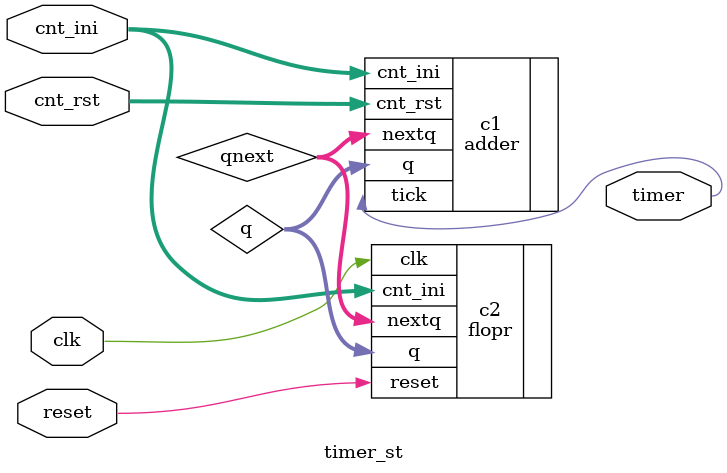
<source format=v>
`timescale 1ns / 1ps
module timer_st #(parameter NBITS = 32)(
	output timer , 
	input clk ,
	input reset,
	input [NBITS-1:0] cnt_ini ,  
	input [NBITS-1:0] cnt_rst 
); 

wire [NBITS-1:0] q ; 	
wire [NBITS-1:0] qnext ; 

// Compute the next value 

adder #( .NBITS(NBITS ) ) 
	c1 (.q(q), 
		.cnt_ini(cnt_ini), 
		.cnt_rst(cnt_rst), 
		.nextq(qnext), 
		.tick(timer) ); 

// Save the next state 

flopr #( .NBITS(NBITS ) ) 
	c2 (.clk(clk), 
		.reset(reset), 
		.cnt_ini(cnt_ini), 
		.nextq(qnext), 
		.q(q) );
		 		
endmodule

</source>
